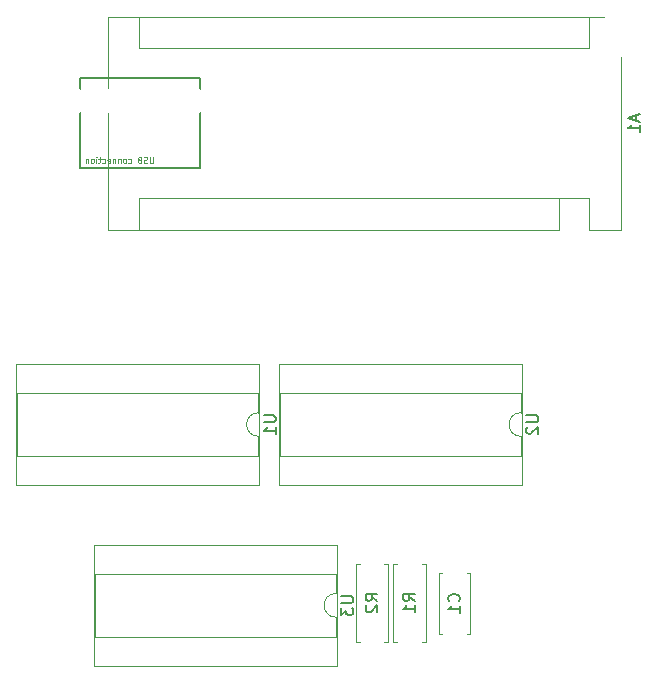
<source format=gbr>
G04 #@! TF.GenerationSoftware,KiCad,Pcbnew,(5.0.0-rc2-dev-720-g9704891c8)*
G04 #@! TF.CreationDate,2018-05-14T16:41:22+09:00*
G04 #@! TF.ProjectId,eeprom_programmer,656570726F6D5F70726F6772616D6D65,rev?*
G04 #@! TF.SameCoordinates,Original*
G04 #@! TF.FileFunction,Legend,Bot*
G04 #@! TF.FilePolarity,Positive*
%FSLAX46Y46*%
G04 Gerber Fmt 4.6, Leading zero omitted, Abs format (unit mm)*
G04 Created by KiCad (PCBNEW (5.0.0-rc2-dev-720-g9704891c8)) date 05/14/18 16:41:22*
%MOMM*%
%LPD*%
G01*
G04 APERTURE LIST*
%ADD10C,0.125000*%
%ADD11C,0.200000*%
%ADD12C,0.120000*%
%ADD13C,0.150000*%
%ADD14C,2.000000*%
%ADD15O,2.000000X2.000000*%
%ADD16R,2.000000X2.000000*%
%ADD17R,2.200000X2.200000*%
%ADD18C,2.200000*%
%ADD19C,6.800000*%
G04 APERTURE END LIST*
D10*
X83857142Y-35726190D02*
X83857142Y-36130952D01*
X83833333Y-36178571D01*
X83809523Y-36202380D01*
X83761904Y-36226190D01*
X83666666Y-36226190D01*
X83619047Y-36202380D01*
X83595238Y-36178571D01*
X83571428Y-36130952D01*
X83571428Y-35726190D01*
X83357142Y-36202380D02*
X83285714Y-36226190D01*
X83166666Y-36226190D01*
X83119047Y-36202380D01*
X83095238Y-36178571D01*
X83071428Y-36130952D01*
X83071428Y-36083333D01*
X83095238Y-36035714D01*
X83119047Y-36011904D01*
X83166666Y-35988095D01*
X83261904Y-35964285D01*
X83309523Y-35940476D01*
X83333333Y-35916666D01*
X83357142Y-35869047D01*
X83357142Y-35821428D01*
X83333333Y-35773809D01*
X83309523Y-35750000D01*
X83261904Y-35726190D01*
X83142857Y-35726190D01*
X83071428Y-35750000D01*
X82690476Y-35964285D02*
X82619047Y-35988095D01*
X82595238Y-36011904D01*
X82571428Y-36059523D01*
X82571428Y-36130952D01*
X82595238Y-36178571D01*
X82619047Y-36202380D01*
X82666666Y-36226190D01*
X82857142Y-36226190D01*
X82857142Y-35726190D01*
X82690476Y-35726190D01*
X82642857Y-35750000D01*
X82619047Y-35773809D01*
X82595238Y-35821428D01*
X82595238Y-35869047D01*
X82619047Y-35916666D01*
X82642857Y-35940476D01*
X82690476Y-35964285D01*
X82857142Y-35964285D01*
X81761904Y-36202380D02*
X81809523Y-36226190D01*
X81904761Y-36226190D01*
X81952380Y-36202380D01*
X81976190Y-36178571D01*
X82000000Y-36130952D01*
X82000000Y-35988095D01*
X81976190Y-35940476D01*
X81952380Y-35916666D01*
X81904761Y-35892857D01*
X81809523Y-35892857D01*
X81761904Y-35916666D01*
X81476190Y-36226190D02*
X81523809Y-36202380D01*
X81547619Y-36178571D01*
X81571428Y-36130952D01*
X81571428Y-35988095D01*
X81547619Y-35940476D01*
X81523809Y-35916666D01*
X81476190Y-35892857D01*
X81404761Y-35892857D01*
X81357142Y-35916666D01*
X81333333Y-35940476D01*
X81309523Y-35988095D01*
X81309523Y-36130952D01*
X81333333Y-36178571D01*
X81357142Y-36202380D01*
X81404761Y-36226190D01*
X81476190Y-36226190D01*
X81095238Y-35892857D02*
X81095238Y-36226190D01*
X81095238Y-35940476D02*
X81071428Y-35916666D01*
X81023809Y-35892857D01*
X80952380Y-35892857D01*
X80904761Y-35916666D01*
X80880952Y-35964285D01*
X80880952Y-36226190D01*
X80642857Y-35892857D02*
X80642857Y-36226190D01*
X80642857Y-35940476D02*
X80619047Y-35916666D01*
X80571428Y-35892857D01*
X80500000Y-35892857D01*
X80452380Y-35916666D01*
X80428571Y-35964285D01*
X80428571Y-36226190D01*
X80000000Y-36202380D02*
X80047619Y-36226190D01*
X80142857Y-36226190D01*
X80190476Y-36202380D01*
X80214285Y-36154761D01*
X80214285Y-35964285D01*
X80190476Y-35916666D01*
X80142857Y-35892857D01*
X80047619Y-35892857D01*
X80000000Y-35916666D01*
X79976190Y-35964285D01*
X79976190Y-36011904D01*
X80214285Y-36059523D01*
X79547619Y-36202380D02*
X79595238Y-36226190D01*
X79690476Y-36226190D01*
X79738095Y-36202380D01*
X79761904Y-36178571D01*
X79785714Y-36130952D01*
X79785714Y-35988095D01*
X79761904Y-35940476D01*
X79738095Y-35916666D01*
X79690476Y-35892857D01*
X79595238Y-35892857D01*
X79547619Y-35916666D01*
X79404761Y-35892857D02*
X79214285Y-35892857D01*
X79333333Y-35726190D02*
X79333333Y-36154761D01*
X79309523Y-36202380D01*
X79261904Y-36226190D01*
X79214285Y-36226190D01*
X79047619Y-36226190D02*
X79047619Y-35892857D01*
X79047619Y-35726190D02*
X79071428Y-35750000D01*
X79047619Y-35773809D01*
X79023809Y-35750000D01*
X79047619Y-35726190D01*
X79047619Y-35773809D01*
X78738095Y-36226190D02*
X78785714Y-36202380D01*
X78809523Y-36178571D01*
X78833333Y-36130952D01*
X78833333Y-35988095D01*
X78809523Y-35940476D01*
X78785714Y-35916666D01*
X78738095Y-35892857D01*
X78666666Y-35892857D01*
X78619047Y-35916666D01*
X78595238Y-35940476D01*
X78571428Y-35988095D01*
X78571428Y-36130952D01*
X78595238Y-36178571D01*
X78619047Y-36202380D01*
X78666666Y-36226190D01*
X78738095Y-36226190D01*
X78357142Y-35892857D02*
X78357142Y-36226190D01*
X78357142Y-35940476D02*
X78333333Y-35916666D01*
X78285714Y-35892857D01*
X78214285Y-35892857D01*
X78166666Y-35916666D01*
X78142857Y-35964285D01*
X78142857Y-36226190D01*
D11*
X87780000Y-29075000D02*
X77620000Y-29075000D01*
X87780000Y-36695000D02*
X87780000Y-29075000D01*
X77620000Y-36695000D02*
X87780000Y-36695000D01*
X77620000Y-29075000D02*
X77620000Y-36695000D01*
D12*
X108374000Y-70965000D02*
X108060000Y-70965000D01*
X110680000Y-70965000D02*
X110366000Y-70965000D01*
X108374000Y-76085000D02*
X108060000Y-76085000D01*
X110680000Y-76085000D02*
X110366000Y-76085000D01*
X108060000Y-76085000D02*
X108060000Y-70965000D01*
X110680000Y-76085000D02*
X110680000Y-70965000D01*
X99390000Y-68550000D02*
X99390000Y-78830000D01*
X78830000Y-68550000D02*
X99390000Y-68550000D01*
X78830000Y-78830000D02*
X78830000Y-68550000D01*
X99390000Y-78830000D02*
X78830000Y-78830000D01*
X99330000Y-71040000D02*
X99330000Y-72690000D01*
X78890000Y-71040000D02*
X99330000Y-71040000D01*
X78890000Y-76340000D02*
X78890000Y-71040000D01*
X99330000Y-76340000D02*
X78890000Y-76340000D01*
X99330000Y-74690000D02*
X99330000Y-76340000D01*
X99330000Y-72690000D02*
G75*
G03X99330000Y-74690000I0J-1000000D01*
G01*
X104190000Y-70215000D02*
X104520000Y-70215000D01*
X104190000Y-76755000D02*
X104190000Y-70215000D01*
X104520000Y-76755000D02*
X104190000Y-76755000D01*
X106930000Y-70215000D02*
X106600000Y-70215000D01*
X106930000Y-76755000D02*
X106930000Y-70215000D01*
X106600000Y-76755000D02*
X106930000Y-76755000D01*
X92770000Y-57380000D02*
G75*
G03X92770000Y-59380000I0J-1000000D01*
G01*
X92770000Y-59380000D02*
X92770000Y-61030000D01*
X92770000Y-61030000D02*
X72330000Y-61030000D01*
X72330000Y-61030000D02*
X72330000Y-55730000D01*
X72330000Y-55730000D02*
X92770000Y-55730000D01*
X92770000Y-55730000D02*
X92770000Y-57380000D01*
X92830000Y-63520000D02*
X72270000Y-63520000D01*
X72270000Y-63520000D02*
X72270000Y-53240000D01*
X72270000Y-53240000D02*
X92830000Y-53240000D01*
X92830000Y-53240000D02*
X92830000Y-63520000D01*
X101015000Y-70215000D02*
X101345000Y-70215000D01*
X101015000Y-76755000D02*
X101015000Y-70215000D01*
X101345000Y-76755000D02*
X101015000Y-76755000D01*
X103755000Y-70215000D02*
X103425000Y-70215000D01*
X103755000Y-76755000D02*
X103755000Y-70215000D01*
X103425000Y-76755000D02*
X103755000Y-76755000D01*
X118230000Y-39230000D02*
X120770000Y-39230000D01*
X120770000Y-39230000D02*
X120770000Y-41900000D01*
X118230000Y-41900000D02*
X80000000Y-41900000D01*
X123440000Y-41900000D02*
X120770000Y-41900000D01*
X120770000Y-26530000D02*
X120770000Y-23860000D01*
X120770000Y-26530000D02*
X82670000Y-26530000D01*
X82670000Y-26530000D02*
X82670000Y-23860000D01*
X118230000Y-39230000D02*
X118230000Y-41900000D01*
X118230000Y-39230000D02*
X82670000Y-39230000D01*
X82670000Y-39230000D02*
X82670000Y-41900000D01*
X80000000Y-41900000D02*
X80000000Y-23860000D01*
X80000000Y-23860000D02*
X123440000Y-23860000D01*
X123440000Y-23860000D02*
X123440000Y-41900000D01*
X115055000Y-53240000D02*
X115055000Y-63520000D01*
X94495000Y-53240000D02*
X115055000Y-53240000D01*
X94495000Y-63520000D02*
X94495000Y-53240000D01*
X115055000Y-63520000D02*
X94495000Y-63520000D01*
X114995000Y-55730000D02*
X114995000Y-57380000D01*
X94555000Y-55730000D02*
X114995000Y-55730000D01*
X94555000Y-61030000D02*
X94555000Y-55730000D01*
X114995000Y-61030000D02*
X94555000Y-61030000D01*
X114995000Y-59380000D02*
X114995000Y-61030000D01*
X114995000Y-57380000D02*
G75*
G03X114995000Y-59380000I0J-1000000D01*
G01*
D13*
X109727142Y-73358333D02*
X109774761Y-73310714D01*
X109822380Y-73167857D01*
X109822380Y-73072619D01*
X109774761Y-72929761D01*
X109679523Y-72834523D01*
X109584285Y-72786904D01*
X109393809Y-72739285D01*
X109250952Y-72739285D01*
X109060476Y-72786904D01*
X108965238Y-72834523D01*
X108870000Y-72929761D01*
X108822380Y-73072619D01*
X108822380Y-73167857D01*
X108870000Y-73310714D01*
X108917619Y-73358333D01*
X109822380Y-74310714D02*
X109822380Y-73739285D01*
X109822380Y-74025000D02*
X108822380Y-74025000D01*
X108965238Y-73929761D01*
X109060476Y-73834523D01*
X109108095Y-73739285D01*
X99782380Y-72928095D02*
X100591904Y-72928095D01*
X100687142Y-72975714D01*
X100734761Y-73023333D01*
X100782380Y-73118571D01*
X100782380Y-73309047D01*
X100734761Y-73404285D01*
X100687142Y-73451904D01*
X100591904Y-73499523D01*
X99782380Y-73499523D01*
X99782380Y-73880476D02*
X99782380Y-74499523D01*
X100163333Y-74166190D01*
X100163333Y-74309047D01*
X100210952Y-74404285D01*
X100258571Y-74451904D01*
X100353809Y-74499523D01*
X100591904Y-74499523D01*
X100687142Y-74451904D01*
X100734761Y-74404285D01*
X100782380Y-74309047D01*
X100782380Y-74023333D01*
X100734761Y-73928095D01*
X100687142Y-73880476D01*
X106012380Y-73318333D02*
X105536190Y-72985000D01*
X106012380Y-72746904D02*
X105012380Y-72746904D01*
X105012380Y-73127857D01*
X105060000Y-73223095D01*
X105107619Y-73270714D01*
X105202857Y-73318333D01*
X105345714Y-73318333D01*
X105440952Y-73270714D01*
X105488571Y-73223095D01*
X105536190Y-73127857D01*
X105536190Y-72746904D01*
X106012380Y-74270714D02*
X106012380Y-73699285D01*
X106012380Y-73985000D02*
X105012380Y-73985000D01*
X105155238Y-73889761D01*
X105250476Y-73794523D01*
X105298095Y-73699285D01*
X93222380Y-57618095D02*
X94031904Y-57618095D01*
X94127142Y-57665714D01*
X94174761Y-57713333D01*
X94222380Y-57808571D01*
X94222380Y-57999047D01*
X94174761Y-58094285D01*
X94127142Y-58141904D01*
X94031904Y-58189523D01*
X93222380Y-58189523D01*
X94222380Y-59189523D02*
X94222380Y-58618095D01*
X94222380Y-58903809D02*
X93222380Y-58903809D01*
X93365238Y-58808571D01*
X93460476Y-58713333D01*
X93508095Y-58618095D01*
X102837380Y-73318333D02*
X102361190Y-72985000D01*
X102837380Y-72746904D02*
X101837380Y-72746904D01*
X101837380Y-73127857D01*
X101885000Y-73223095D01*
X101932619Y-73270714D01*
X102027857Y-73318333D01*
X102170714Y-73318333D01*
X102265952Y-73270714D01*
X102313571Y-73223095D01*
X102361190Y-73127857D01*
X102361190Y-72746904D01*
X101932619Y-73699285D02*
X101885000Y-73746904D01*
X101837380Y-73842142D01*
X101837380Y-74080238D01*
X101885000Y-74175476D01*
X101932619Y-74223095D01*
X102027857Y-74270714D01*
X102123095Y-74270714D01*
X102265952Y-74223095D01*
X102837380Y-73651666D01*
X102837380Y-74270714D01*
X124746666Y-32165714D02*
X124746666Y-32641904D01*
X125032380Y-32070476D02*
X124032380Y-32403809D01*
X125032380Y-32737142D01*
X125032380Y-33594285D02*
X125032380Y-33022857D01*
X125032380Y-33308571D02*
X124032380Y-33308571D01*
X124175238Y-33213333D01*
X124270476Y-33118095D01*
X124318095Y-33022857D01*
X115447380Y-57618095D02*
X116256904Y-57618095D01*
X116352142Y-57665714D01*
X116399761Y-57713333D01*
X116447380Y-57808571D01*
X116447380Y-57999047D01*
X116399761Y-58094285D01*
X116352142Y-58141904D01*
X116256904Y-58189523D01*
X115447380Y-58189523D01*
X115542619Y-58618095D02*
X115495000Y-58665714D01*
X115447380Y-58760952D01*
X115447380Y-58999047D01*
X115495000Y-59094285D01*
X115542619Y-59141904D01*
X115637857Y-59189523D01*
X115733095Y-59189523D01*
X115875952Y-59141904D01*
X116447380Y-58570476D01*
X116447380Y-59189523D01*
%LPC*%
D14*
X109370000Y-71025000D03*
X109370000Y-76025000D03*
D15*
X98000000Y-69880000D03*
X80220000Y-77500000D03*
X95460000Y-69880000D03*
X82760000Y-77500000D03*
X92920000Y-69880000D03*
X85300000Y-77500000D03*
X90380000Y-69880000D03*
X87840000Y-77500000D03*
X87840000Y-69880000D03*
X90380000Y-77500000D03*
X85300000Y-69880000D03*
X92920000Y-77500000D03*
X82760000Y-69880000D03*
X95460000Y-77500000D03*
X80220000Y-69880000D03*
D16*
X98000000Y-77500000D03*
D17*
X118315000Y-64985000D03*
D18*
X120855000Y-64985000D03*
D16*
X113030000Y-50760000D03*
D15*
X74930000Y-66000000D03*
X110490000Y-50760000D03*
X77470000Y-66000000D03*
X107950000Y-50760000D03*
X80010000Y-66000000D03*
X105410000Y-50760000D03*
X82550000Y-66000000D03*
X102870000Y-50760000D03*
X85090000Y-66000000D03*
X100330000Y-50760000D03*
X87630000Y-66000000D03*
X97790000Y-50760000D03*
X90170000Y-66000000D03*
X95250000Y-50760000D03*
X92710000Y-66000000D03*
X92710000Y-50760000D03*
X95250000Y-66000000D03*
X90170000Y-50760000D03*
X97790000Y-66000000D03*
X87630000Y-50760000D03*
X100330000Y-66000000D03*
X85090000Y-50760000D03*
X102870000Y-66000000D03*
X82550000Y-50760000D03*
X105410000Y-66000000D03*
X80010000Y-50760000D03*
X107950000Y-66000000D03*
X77470000Y-50760000D03*
X110490000Y-66000000D03*
X74930000Y-50760000D03*
X113030000Y-66000000D03*
X105560000Y-69675000D03*
D14*
X105560000Y-77295000D03*
D18*
X127205000Y-64985000D03*
D17*
X124665000Y-64985000D03*
D16*
X91440000Y-62190000D03*
D15*
X73660000Y-54570000D03*
X88900000Y-62190000D03*
X76200000Y-54570000D03*
X86360000Y-62190000D03*
X78740000Y-54570000D03*
X83820000Y-62190000D03*
X81280000Y-54570000D03*
X81280000Y-62190000D03*
X83820000Y-54570000D03*
X78740000Y-62190000D03*
X86360000Y-54570000D03*
X76200000Y-62190000D03*
X88900000Y-54570000D03*
X73660000Y-62190000D03*
X91440000Y-54570000D03*
X102385000Y-69675000D03*
D14*
X102385000Y-77295000D03*
D16*
X119500000Y-40500000D03*
D15*
X86480000Y-25260000D03*
X116960000Y-40500000D03*
X89020000Y-25260000D03*
X114420000Y-40500000D03*
X91560000Y-25260000D03*
X111880000Y-40500000D03*
X94100000Y-25260000D03*
X109340000Y-40500000D03*
X96640000Y-25260000D03*
X106800000Y-40500000D03*
X99180000Y-25260000D03*
X104260000Y-40500000D03*
X101720000Y-25260000D03*
X101720000Y-40500000D03*
X104260000Y-25260000D03*
X99180000Y-40500000D03*
X106800000Y-25260000D03*
X96640000Y-40500000D03*
X109340000Y-25260000D03*
X94100000Y-40500000D03*
X111880000Y-25260000D03*
X91560000Y-40500000D03*
X114420000Y-25260000D03*
X89020000Y-40500000D03*
X116960000Y-25260000D03*
X86480000Y-40500000D03*
X119500000Y-25260000D03*
X83940000Y-40500000D03*
X83940000Y-25260000D03*
X113665000Y-54570000D03*
X95885000Y-62190000D03*
X111125000Y-54570000D03*
X98425000Y-62190000D03*
X108585000Y-54570000D03*
X100965000Y-62190000D03*
X106045000Y-54570000D03*
X103505000Y-62190000D03*
X103505000Y-54570000D03*
X106045000Y-62190000D03*
X100965000Y-54570000D03*
X108585000Y-62190000D03*
X98425000Y-54570000D03*
X111125000Y-62190000D03*
X95885000Y-54570000D03*
D16*
X113665000Y-62190000D03*
X120000000Y-55500000D03*
D15*
X125080000Y-47880000D03*
X122540000Y-55500000D03*
X122540000Y-47880000D03*
X125080000Y-55500000D03*
X120000000Y-47880000D03*
D19*
X125500000Y-24500000D03*
X74500000Y-24500000D03*
X74500000Y-75500000D03*
X125500000Y-75500000D03*
D16*
X108000000Y-31000000D03*
D15*
X74980000Y-46240000D03*
X105460000Y-31000000D03*
X77520000Y-46240000D03*
X102920000Y-31000000D03*
X80060000Y-46240000D03*
X100380000Y-31000000D03*
X82600000Y-46240000D03*
X97840000Y-31000000D03*
X85140000Y-46240000D03*
X95300000Y-31000000D03*
X87680000Y-46240000D03*
X92760000Y-31000000D03*
X90220000Y-46240000D03*
X90220000Y-31000000D03*
X92760000Y-46240000D03*
X87680000Y-31000000D03*
X95300000Y-46240000D03*
X85140000Y-31000000D03*
X97840000Y-46240000D03*
X82600000Y-31000000D03*
X100380000Y-46240000D03*
X80060000Y-31000000D03*
X102920000Y-46240000D03*
X77520000Y-31000000D03*
X105460000Y-46240000D03*
X74980000Y-31000000D03*
X108000000Y-46240000D03*
M02*

</source>
